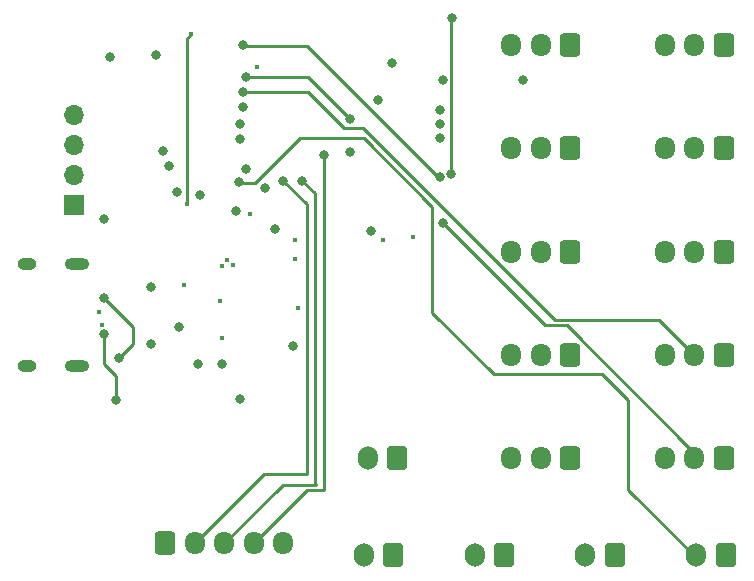
<source format=gbr>
%TF.GenerationSoftware,KiCad,Pcbnew,(6.0.4)*%
%TF.CreationDate,2022-04-07T08:48:20+03:00*%
%TF.ProjectId,Glove,476c6f76-652e-46b6-9963-61645f706362,rev?*%
%TF.SameCoordinates,Original*%
%TF.FileFunction,Copper,L2,Inr*%
%TF.FilePolarity,Positive*%
%FSLAX46Y46*%
G04 Gerber Fmt 4.6, Leading zero omitted, Abs format (unit mm)*
G04 Created by KiCad (PCBNEW (6.0.4)) date 2022-04-07 08:48:20*
%MOMM*%
%LPD*%
G01*
G04 APERTURE LIST*
G04 Aperture macros list*
%AMRoundRect*
0 Rectangle with rounded corners*
0 $1 Rounding radius*
0 $2 $3 $4 $5 $6 $7 $8 $9 X,Y pos of 4 corners*
0 Add a 4 corners polygon primitive as box body*
4,1,4,$2,$3,$4,$5,$6,$7,$8,$9,$2,$3,0*
0 Add four circle primitives for the rounded corners*
1,1,$1+$1,$2,$3*
1,1,$1+$1,$4,$5*
1,1,$1+$1,$6,$7*
1,1,$1+$1,$8,$9*
0 Add four rect primitives between the rounded corners*
20,1,$1+$1,$2,$3,$4,$5,0*
20,1,$1+$1,$4,$5,$6,$7,0*
20,1,$1+$1,$6,$7,$8,$9,0*
20,1,$1+$1,$8,$9,$2,$3,0*%
G04 Aperture macros list end*
%TA.AperFunction,ComponentPad*%
%ADD10RoundRect,0.250000X0.600000X0.725000X-0.600000X0.725000X-0.600000X-0.725000X0.600000X-0.725000X0*%
%TD*%
%TA.AperFunction,ComponentPad*%
%ADD11O,1.700000X1.950000*%
%TD*%
%TA.AperFunction,ComponentPad*%
%ADD12RoundRect,0.250000X0.600000X0.750000X-0.600000X0.750000X-0.600000X-0.750000X0.600000X-0.750000X0*%
%TD*%
%TA.AperFunction,ComponentPad*%
%ADD13O,1.700000X2.000000*%
%TD*%
%TA.AperFunction,ComponentPad*%
%ADD14RoundRect,0.250000X-0.600000X-0.725000X0.600000X-0.725000X0.600000X0.725000X-0.600000X0.725000X0*%
%TD*%
%TA.AperFunction,ComponentPad*%
%ADD15O,1.600000X1.000000*%
%TD*%
%TA.AperFunction,ComponentPad*%
%ADD16O,2.100000X1.000000*%
%TD*%
%TA.AperFunction,ComponentPad*%
%ADD17R,1.700000X1.700000*%
%TD*%
%TA.AperFunction,ComponentPad*%
%ADD18O,1.700000X1.700000*%
%TD*%
%TA.AperFunction,ViaPad*%
%ADD19C,0.800000*%
%TD*%
%TA.AperFunction,ViaPad*%
%ADD20C,0.450000*%
%TD*%
%TA.AperFunction,Conductor*%
%ADD21C,0.250000*%
%TD*%
G04 APERTURE END LIST*
D10*
%TO.N,GND*%
%TO.C,RV_Pinky1*%
X171500000Y-96525000D03*
D11*
%TO.N,PinkyPot*%
X169000000Y-96525000D03*
%TO.N,+3V3*%
X166500000Y-96525000D03*
%TD*%
D12*
%TO.N,GND*%
%TO.C,BTN_A1*%
X152894444Y-104725000D03*
D13*
%TO.N,BtnA*%
X150394444Y-104725000D03*
%TD*%
D10*
%TO.N,RingPWM*%
%TO.C,Ring_Servo1*%
X158500000Y-87775000D03*
D11*
%TO.N,+5V*%
X156000000Y-87775000D03*
%TO.N,GND*%
X153500000Y-87775000D03*
%TD*%
D10*
%TO.N,GND*%
%TO.C,RV_Pointer1*%
X171500000Y-87775000D03*
D11*
%TO.N,PointerPot*%
X169000000Y-87775000D03*
%TO.N,+3V3*%
X166500000Y-87775000D03*
%TD*%
D12*
%TO.N,GND*%
%TO.C,BTN_Trigger1*%
X143850000Y-96525000D03*
D13*
%TO.N,BtnTrigger*%
X141350000Y-96525000D03*
%TD*%
D12*
%TO.N,GND*%
%TO.C,BTN_B1*%
X171650000Y-104725000D03*
D13*
%TO.N,BtnB*%
X169150000Y-104725000D03*
%TD*%
D14*
%TO.N,+3V3*%
%TO.C,J2*%
X124200000Y-103675000D03*
D11*
%TO.N,JoyX*%
X126700000Y-103675000D03*
%TO.N,JoyY*%
X129200000Y-103675000D03*
%TO.N,JoyClick*%
X131700000Y-103675000D03*
%TO.N,GND*%
X134200000Y-103675000D03*
%TD*%
D12*
%TO.N,GND*%
%TO.C,BTN_Grab1*%
X143516667Y-104725000D03*
D13*
%TO.N,BtnGrab*%
X141016667Y-104725000D03*
%TD*%
D10*
%TO.N,PinkyPWM*%
%TO.C,Pinky_Servo1*%
X158500000Y-96525000D03*
D11*
%TO.N,+5V*%
X156000000Y-96525000D03*
%TO.N,GND*%
X153500000Y-96525000D03*
%TD*%
D10*
%TO.N,GND*%
%TO.C,RV_Ring1*%
X171500000Y-70275000D03*
D11*
%TO.N,RingPot*%
X169000000Y-70275000D03*
%TO.N,+3V3*%
X166500000Y-70275000D03*
%TD*%
D15*
%TO.N,GND*%
%TO.C,J1*%
X112525000Y-80080000D03*
X112525000Y-88720000D03*
D16*
X116705000Y-88720000D03*
X116705000Y-80080000D03*
%TD*%
D10*
%TO.N,PointerPWM*%
%TO.C,Pointer_Servo1*%
X158500000Y-70275000D03*
D11*
%TO.N,+5V*%
X156000000Y-70275000D03*
%TO.N,GND*%
X153500000Y-70275000D03*
%TD*%
D10*
%TO.N,MiddlePWM*%
%TO.C,Middle_Servo1*%
X158500000Y-79025000D03*
D11*
%TO.N,+5V*%
X156000000Y-79025000D03*
%TO.N,GND*%
X153500000Y-79025000D03*
%TD*%
D12*
%TO.N,GND*%
%TO.C,BTN_Pinch1*%
X162272221Y-104725000D03*
D13*
%TO.N,BtnPinch*%
X159772221Y-104725000D03*
%TD*%
D17*
%TO.N,/MTMS*%
%TO.C,J_JTAG1*%
X116500000Y-75100000D03*
D18*
%TO.N,/MTDI*%
X116500000Y-72560000D03*
%TO.N,/MTCK*%
X116500000Y-70020000D03*
%TO.N,/MTDO*%
X116500000Y-67480000D03*
%TD*%
D10*
%TO.N,GND*%
%TO.C,RV_Thumb1*%
X171500000Y-61525000D03*
D11*
%TO.N,ThumbPot*%
X169000000Y-61525000D03*
%TO.N,+3V3*%
X166500000Y-61525000D03*
%TD*%
D10*
%TO.N,GND*%
%TO.C,RV_Middle1*%
X171500000Y-79025000D03*
D11*
%TO.N,MiddlePot*%
X169000000Y-79025000D03*
%TO.N,+3V3*%
X166500000Y-79025000D03*
%TD*%
D10*
%TO.N,ThumbPWM*%
%TO.C,Thumb_Servo1*%
X158500000Y-61525000D03*
D11*
%TO.N,+5V*%
X156000000Y-61525000D03*
%TO.N,GND*%
X153500000Y-61525000D03*
%TD*%
D19*
%TO.N,+5V*%
X123000000Y-86850489D03*
X123000000Y-82000000D03*
D20*
%TO.N,GND*%
X128800000Y-83200000D03*
X131400000Y-75800000D03*
D19*
X135000000Y-87000000D03*
D20*
X125800000Y-81800000D03*
D19*
X123400000Y-62400000D03*
D20*
X132000000Y-63400000D03*
X135400000Y-83800000D03*
D19*
%TO.N,BtnA*%
X131000000Y-72000000D03*
%TO.N,BtnB*%
X125224500Y-74000000D03*
X130449409Y-73125993D03*
%TO.N,BtnGrab*%
X133495864Y-77063223D03*
X124500000Y-71775500D03*
%TO.N,BtnPinch*%
X148500000Y-59250000D03*
X148400000Y-72400000D03*
%TO.N,BtnTrigger*%
X127124500Y-74189533D03*
%TO.N,+3V3*%
X127000000Y-88500000D03*
X125400000Y-85400000D03*
X119000000Y-76250000D03*
X119500000Y-62500000D03*
X130500000Y-91500000D03*
%TO.N,JoyX*%
X134200000Y-73000000D03*
X139800000Y-70600000D03*
X130500000Y-68200000D03*
%TO.N,JoyY*%
X135800000Y-73000000D03*
X130500000Y-69500000D03*
%TO.N,JoyClick*%
X137600000Y-70800000D03*
%TO.N,MiddlePWM*%
X147500000Y-67000000D03*
%TO.N,PinkyPWM*%
X147500000Y-69400000D03*
%TO.N,PointerPWM*%
X147675500Y-64500000D03*
%TO.N,JTAG_MTDO*%
X124012299Y-70487701D03*
X141605000Y-77275500D03*
%TO.N,RingPWM*%
X147500000Y-68200000D03*
%TO.N,MiddlePot*%
X131000000Y-64250000D03*
X139800000Y-67800000D03*
%TO.N,PinkyPot*%
X147436533Y-72665963D03*
X147675500Y-76600000D03*
X130750175Y-61475500D03*
%TO.N,PointerPot*%
X130750000Y-65500000D03*
%TO.N,RingPot*%
X142200000Y-66200000D03*
%TO.N,ThumbPot*%
X130750000Y-66750000D03*
%TO.N,ThumbPWM*%
X154500000Y-64500000D03*
D20*
%TO.N,/D+*%
X118800000Y-85199500D03*
X118600000Y-84100500D03*
%TO.N,EN*%
X126400000Y-60600000D03*
X126000000Y-75000000D03*
%TO.N,IO0*%
X145200000Y-77800000D03*
X129452735Y-79734292D03*
X135200000Y-78000000D03*
X142600000Y-78000000D03*
%TO.N,RXD*%
X129928698Y-80176233D03*
X135200000Y-79600000D03*
D19*
%TO.N,TXD*%
X130200000Y-75600000D03*
D20*
X129000000Y-80200000D03*
D19*
X143400000Y-63000000D03*
X132600000Y-73600000D03*
%TO.N,Net-(J1-PadB5)*%
X120062299Y-91562299D03*
X119000000Y-86000000D03*
%TO.N,Net-(J1-PadA5)*%
X120299989Y-88000000D03*
X119000000Y-82925500D03*
D20*
%TO.N,Net-(R9-Pad2)*%
X129000000Y-86325500D03*
D19*
X129000000Y-88500000D03*
%TD*%
D21*
%TO.N,BtnB*%
X135600000Y-69400000D02*
X141000000Y-69400000D01*
X130449409Y-73125993D02*
X130518416Y-73195000D01*
X146800000Y-75200000D02*
X146800000Y-84200000D01*
X168921818Y-104725000D02*
X169150000Y-104725000D01*
X146800000Y-84200000D02*
X152000000Y-89400000D01*
X152000000Y-89400000D02*
X161200000Y-89400000D01*
X141000000Y-69400000D02*
X146800000Y-75200000D01*
X130518416Y-73195000D02*
X131805000Y-73195000D01*
X131805000Y-73195000D02*
X135600000Y-69400000D01*
X161200000Y-89400000D02*
X163400000Y-91600000D01*
X163400000Y-99203182D02*
X168921818Y-104725000D01*
X163400000Y-91600000D02*
X163400000Y-99203182D01*
%TO.N,BtnPinch*%
X148500000Y-59250000D02*
X148500000Y-59500000D01*
X148400000Y-59600000D02*
X148400000Y-72400000D01*
X148500000Y-59500000D02*
X148400000Y-59600000D01*
%TO.N,JoyX*%
X136200000Y-75000000D02*
X134200000Y-73000000D01*
X132575000Y-97800000D02*
X136200000Y-97800000D01*
X136200000Y-97800000D02*
X136200000Y-75000000D01*
X126700000Y-103675000D02*
X132575000Y-97800000D01*
%TO.N,JoyY*%
X134124520Y-98750480D02*
X137000000Y-98750480D01*
X136875489Y-74075489D02*
X135800000Y-73000000D01*
X129200000Y-103675000D02*
X134124520Y-98750480D01*
X137000000Y-98750480D02*
X136875489Y-98625969D01*
X136875489Y-98625969D02*
X136875489Y-74075489D01*
%TO.N,JoyClick*%
X136175000Y-99200000D02*
X137600000Y-99200000D01*
X131700000Y-103675000D02*
X136175000Y-99200000D01*
X137600000Y-99200000D02*
X137600000Y-70800000D01*
%TO.N,MiddlePot*%
X136250000Y-64250000D02*
X139800000Y-67800000D01*
X131000000Y-64250000D02*
X136250000Y-64250000D01*
%TO.N,PinkyPot*%
X147265963Y-72665963D02*
X147436533Y-72665963D01*
X130874675Y-61600000D02*
X136200000Y-61600000D01*
X156325499Y-85249999D02*
X147675500Y-76600000D01*
X169000000Y-96525000D02*
X169000000Y-96053182D01*
X158196817Y-85249999D02*
X156325499Y-85249999D01*
X169000000Y-96053182D02*
X158196817Y-85249999D01*
X136200000Y-61600000D02*
X147265963Y-72665963D01*
X130750175Y-61475500D02*
X130874675Y-61600000D01*
%TO.N,PointerPot*%
X157200479Y-84800479D02*
X166025479Y-84800479D01*
X136300000Y-65500000D02*
X139324511Y-68524511D01*
X140924511Y-68524511D02*
X157200479Y-84800479D01*
X166025479Y-84800479D02*
X169000000Y-87775000D01*
X139324511Y-68524511D02*
X140924511Y-68524511D01*
X130750000Y-65500000D02*
X136300000Y-65500000D01*
%TO.N,EN*%
X126000000Y-75000000D02*
X126000000Y-61000000D01*
X126000000Y-61000000D02*
X126400000Y-60600000D01*
%TO.N,Net-(J1-PadB5)*%
X119000000Y-88500000D02*
X119000000Y-86000000D01*
X120062299Y-91562299D02*
X120062299Y-89562299D01*
X120062299Y-89562299D02*
X119000000Y-88500000D01*
%TO.N,Net-(J1-PadA5)*%
X120299989Y-88000000D02*
X121500000Y-86799989D01*
X121500000Y-85425500D02*
X119000000Y-82925500D01*
X121500000Y-86799989D02*
X121500000Y-85425500D01*
%TD*%
M02*

</source>
